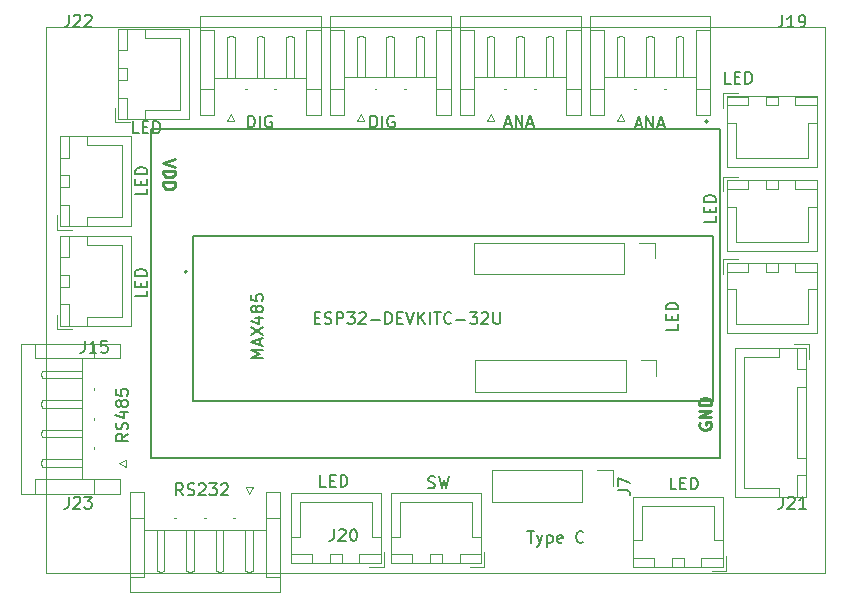
<source format=gto>
%TF.GenerationSoftware,KiCad,Pcbnew,8.0.4*%
%TF.CreationDate,2024-08-29T11:46:16+07:00*%
%TF.ProjectId,ESP32,45535033-322e-46b6-9963-61645f706362,rev?*%
%TF.SameCoordinates,Original*%
%TF.FileFunction,Legend,Top*%
%TF.FilePolarity,Positive*%
%FSLAX46Y46*%
G04 Gerber Fmt 4.6, Leading zero omitted, Abs format (unit mm)*
G04 Created by KiCad (PCBNEW 8.0.4) date 2024-08-29 11:46:16*
%MOMM*%
%LPD*%
G01*
G04 APERTURE LIST*
%ADD10C,0.100000*%
%ADD11C,0.250000*%
%ADD12C,0.150000*%
%ADD13C,0.120000*%
%ADD14C,0.127000*%
%ADD15C,0.200000*%
G04 APERTURE END LIST*
D10*
X34325000Y-61625000D02*
X34325000Y-107875000D01*
X100250000Y-61625000D02*
X100250000Y-107875000D01*
X34325000Y-107875000D02*
X100250000Y-107875000D01*
X34325000Y-61625000D02*
X100250000Y-61625000D01*
D11*
X89687238Y-95148622D02*
X89639619Y-95243860D01*
X89639619Y-95243860D02*
X89639619Y-95386717D01*
X89639619Y-95386717D02*
X89687238Y-95529574D01*
X89687238Y-95529574D02*
X89782476Y-95624812D01*
X89782476Y-95624812D02*
X89877714Y-95672431D01*
X89877714Y-95672431D02*
X90068190Y-95720050D01*
X90068190Y-95720050D02*
X90211047Y-95720050D01*
X90211047Y-95720050D02*
X90401523Y-95672431D01*
X90401523Y-95672431D02*
X90496761Y-95624812D01*
X90496761Y-95624812D02*
X90592000Y-95529574D01*
X90592000Y-95529574D02*
X90639619Y-95386717D01*
X90639619Y-95386717D02*
X90639619Y-95291479D01*
X90639619Y-95291479D02*
X90592000Y-95148622D01*
X90592000Y-95148622D02*
X90544380Y-95101003D01*
X90544380Y-95101003D02*
X90211047Y-95101003D01*
X90211047Y-95101003D02*
X90211047Y-95291479D01*
X90639619Y-94672431D02*
X89639619Y-94672431D01*
X89639619Y-94672431D02*
X90639619Y-94101003D01*
X90639619Y-94101003D02*
X89639619Y-94101003D01*
X90639619Y-93624812D02*
X89639619Y-93624812D01*
X89639619Y-93624812D02*
X89639619Y-93386717D01*
X89639619Y-93386717D02*
X89687238Y-93243860D01*
X89687238Y-93243860D02*
X89782476Y-93148622D01*
X89782476Y-93148622D02*
X89877714Y-93101003D01*
X89877714Y-93101003D02*
X90068190Y-93053384D01*
X90068190Y-93053384D02*
X90211047Y-93053384D01*
X90211047Y-93053384D02*
X90401523Y-93101003D01*
X90401523Y-93101003D02*
X90496761Y-93148622D01*
X90496761Y-93148622D02*
X90592000Y-93243860D01*
X90592000Y-93243860D02*
X90639619Y-93386717D01*
X90639619Y-93386717D02*
X90639619Y-93624812D01*
X45260380Y-72784711D02*
X44260380Y-73118044D01*
X44260380Y-73118044D02*
X45260380Y-73451377D01*
X44260380Y-73784711D02*
X45260380Y-73784711D01*
X45260380Y-73784711D02*
X45260380Y-74022806D01*
X45260380Y-74022806D02*
X45212761Y-74165663D01*
X45212761Y-74165663D02*
X45117523Y-74260901D01*
X45117523Y-74260901D02*
X45022285Y-74308520D01*
X45022285Y-74308520D02*
X44831809Y-74356139D01*
X44831809Y-74356139D02*
X44688952Y-74356139D01*
X44688952Y-74356139D02*
X44498476Y-74308520D01*
X44498476Y-74308520D02*
X44403238Y-74260901D01*
X44403238Y-74260901D02*
X44308000Y-74165663D01*
X44308000Y-74165663D02*
X44260380Y-74022806D01*
X44260380Y-74022806D02*
X44260380Y-73784711D01*
X44260380Y-74784711D02*
X45260380Y-74784711D01*
X45260380Y-74784711D02*
X45260380Y-75022806D01*
X45260380Y-75022806D02*
X45212761Y-75165663D01*
X45212761Y-75165663D02*
X45117523Y-75260901D01*
X45117523Y-75260901D02*
X45022285Y-75308520D01*
X45022285Y-75308520D02*
X44831809Y-75356139D01*
X44831809Y-75356139D02*
X44688952Y-75356139D01*
X44688952Y-75356139D02*
X44498476Y-75308520D01*
X44498476Y-75308520D02*
X44403238Y-75260901D01*
X44403238Y-75260901D02*
X44308000Y-75165663D01*
X44308000Y-75165663D02*
X44260380Y-75022806D01*
X44260380Y-75022806D02*
X44260380Y-74784711D01*
D12*
X82784819Y-100833333D02*
X83499104Y-100833333D01*
X83499104Y-100833333D02*
X83641961Y-100880952D01*
X83641961Y-100880952D02*
X83737200Y-100976190D01*
X83737200Y-100976190D02*
X83784819Y-101119047D01*
X83784819Y-101119047D02*
X83784819Y-101214285D01*
X82784819Y-100452380D02*
X82784819Y-99785714D01*
X82784819Y-99785714D02*
X83784819Y-100214285D01*
X75071428Y-104304819D02*
X75642856Y-104304819D01*
X75357142Y-105304819D02*
X75357142Y-104304819D01*
X75880952Y-104638152D02*
X76119047Y-105304819D01*
X76357142Y-104638152D02*
X76119047Y-105304819D01*
X76119047Y-105304819D02*
X76023809Y-105542914D01*
X76023809Y-105542914D02*
X75976190Y-105590533D01*
X75976190Y-105590533D02*
X75880952Y-105638152D01*
X76738095Y-104638152D02*
X76738095Y-105638152D01*
X76738095Y-104685771D02*
X76833333Y-104638152D01*
X76833333Y-104638152D02*
X77023809Y-104638152D01*
X77023809Y-104638152D02*
X77119047Y-104685771D01*
X77119047Y-104685771D02*
X77166666Y-104733390D01*
X77166666Y-104733390D02*
X77214285Y-104828628D01*
X77214285Y-104828628D02*
X77214285Y-105114342D01*
X77214285Y-105114342D02*
X77166666Y-105209580D01*
X77166666Y-105209580D02*
X77119047Y-105257200D01*
X77119047Y-105257200D02*
X77023809Y-105304819D01*
X77023809Y-105304819D02*
X76833333Y-105304819D01*
X76833333Y-105304819D02*
X76738095Y-105257200D01*
X78023809Y-105257200D02*
X77928571Y-105304819D01*
X77928571Y-105304819D02*
X77738095Y-105304819D01*
X77738095Y-105304819D02*
X77642857Y-105257200D01*
X77642857Y-105257200D02*
X77595238Y-105161961D01*
X77595238Y-105161961D02*
X77595238Y-104781009D01*
X77595238Y-104781009D02*
X77642857Y-104685771D01*
X77642857Y-104685771D02*
X77738095Y-104638152D01*
X77738095Y-104638152D02*
X77928571Y-104638152D01*
X77928571Y-104638152D02*
X78023809Y-104685771D01*
X78023809Y-104685771D02*
X78071428Y-104781009D01*
X78071428Y-104781009D02*
X78071428Y-104876247D01*
X78071428Y-104876247D02*
X77595238Y-104971485D01*
X79833333Y-105209580D02*
X79785714Y-105257200D01*
X79785714Y-105257200D02*
X79642857Y-105304819D01*
X79642857Y-105304819D02*
X79547619Y-105304819D01*
X79547619Y-105304819D02*
X79404762Y-105257200D01*
X79404762Y-105257200D02*
X79309524Y-105161961D01*
X79309524Y-105161961D02*
X79261905Y-105066723D01*
X79261905Y-105066723D02*
X79214286Y-104876247D01*
X79214286Y-104876247D02*
X79214286Y-104733390D01*
X79214286Y-104733390D02*
X79261905Y-104542914D01*
X79261905Y-104542914D02*
X79309524Y-104447676D01*
X79309524Y-104447676D02*
X79404762Y-104352438D01*
X79404762Y-104352438D02*
X79547619Y-104304819D01*
X79547619Y-104304819D02*
X79642857Y-104304819D01*
X79642857Y-104304819D02*
X79785714Y-104352438D01*
X79785714Y-104352438D02*
X79833333Y-104400057D01*
X66692857Y-100632200D02*
X66835714Y-100679819D01*
X66835714Y-100679819D02*
X67073809Y-100679819D01*
X67073809Y-100679819D02*
X67169047Y-100632200D01*
X67169047Y-100632200D02*
X67216666Y-100584580D01*
X67216666Y-100584580D02*
X67264285Y-100489342D01*
X67264285Y-100489342D02*
X67264285Y-100394104D01*
X67264285Y-100394104D02*
X67216666Y-100298866D01*
X67216666Y-100298866D02*
X67169047Y-100251247D01*
X67169047Y-100251247D02*
X67073809Y-100203628D01*
X67073809Y-100203628D02*
X66883333Y-100156009D01*
X66883333Y-100156009D02*
X66788095Y-100108390D01*
X66788095Y-100108390D02*
X66740476Y-100060771D01*
X66740476Y-100060771D02*
X66692857Y-99965533D01*
X66692857Y-99965533D02*
X66692857Y-99870295D01*
X66692857Y-99870295D02*
X66740476Y-99775057D01*
X66740476Y-99775057D02*
X66788095Y-99727438D01*
X66788095Y-99727438D02*
X66883333Y-99679819D01*
X66883333Y-99679819D02*
X67121428Y-99679819D01*
X67121428Y-99679819D02*
X67264285Y-99727438D01*
X67597619Y-99679819D02*
X67835714Y-100679819D01*
X67835714Y-100679819D02*
X68026190Y-99965533D01*
X68026190Y-99965533D02*
X68216666Y-100679819D01*
X68216666Y-100679819D02*
X68454762Y-99679819D01*
X73184524Y-69819104D02*
X73660714Y-69819104D01*
X73089286Y-70104819D02*
X73422619Y-69104819D01*
X73422619Y-69104819D02*
X73755952Y-70104819D01*
X74089286Y-70104819D02*
X74089286Y-69104819D01*
X74089286Y-69104819D02*
X74660714Y-70104819D01*
X74660714Y-70104819D02*
X74660714Y-69104819D01*
X75089286Y-69819104D02*
X75565476Y-69819104D01*
X74994048Y-70104819D02*
X75327381Y-69104819D01*
X75327381Y-69104819D02*
X75660714Y-70104819D01*
X61800000Y-70129819D02*
X61800000Y-69129819D01*
X61800000Y-69129819D02*
X62038095Y-69129819D01*
X62038095Y-69129819D02*
X62180952Y-69177438D01*
X62180952Y-69177438D02*
X62276190Y-69272676D01*
X62276190Y-69272676D02*
X62323809Y-69367914D01*
X62323809Y-69367914D02*
X62371428Y-69558390D01*
X62371428Y-69558390D02*
X62371428Y-69701247D01*
X62371428Y-69701247D02*
X62323809Y-69891723D01*
X62323809Y-69891723D02*
X62276190Y-69986961D01*
X62276190Y-69986961D02*
X62180952Y-70082200D01*
X62180952Y-70082200D02*
X62038095Y-70129819D01*
X62038095Y-70129819D02*
X61800000Y-70129819D01*
X62800000Y-70129819D02*
X62800000Y-69129819D01*
X63799999Y-69177438D02*
X63704761Y-69129819D01*
X63704761Y-69129819D02*
X63561904Y-69129819D01*
X63561904Y-69129819D02*
X63419047Y-69177438D01*
X63419047Y-69177438D02*
X63323809Y-69272676D01*
X63323809Y-69272676D02*
X63276190Y-69367914D01*
X63276190Y-69367914D02*
X63228571Y-69558390D01*
X63228571Y-69558390D02*
X63228571Y-69701247D01*
X63228571Y-69701247D02*
X63276190Y-69891723D01*
X63276190Y-69891723D02*
X63323809Y-69986961D01*
X63323809Y-69986961D02*
X63419047Y-70082200D01*
X63419047Y-70082200D02*
X63561904Y-70129819D01*
X63561904Y-70129819D02*
X63657142Y-70129819D01*
X63657142Y-70129819D02*
X63799999Y-70082200D01*
X63799999Y-70082200D02*
X63847618Y-70034580D01*
X63847618Y-70034580D02*
X63847618Y-69701247D01*
X63847618Y-69701247D02*
X63657142Y-69701247D01*
X42182142Y-70629819D02*
X41705952Y-70629819D01*
X41705952Y-70629819D02*
X41705952Y-69629819D01*
X42515476Y-70106009D02*
X42848809Y-70106009D01*
X42991666Y-70629819D02*
X42515476Y-70629819D01*
X42515476Y-70629819D02*
X42515476Y-69629819D01*
X42515476Y-69629819D02*
X42991666Y-69629819D01*
X43420238Y-70629819D02*
X43420238Y-69629819D01*
X43420238Y-69629819D02*
X43658333Y-69629819D01*
X43658333Y-69629819D02*
X43801190Y-69677438D01*
X43801190Y-69677438D02*
X43896428Y-69772676D01*
X43896428Y-69772676D02*
X43944047Y-69867914D01*
X43944047Y-69867914D02*
X43991666Y-70058390D01*
X43991666Y-70058390D02*
X43991666Y-70201247D01*
X43991666Y-70201247D02*
X43944047Y-70391723D01*
X43944047Y-70391723D02*
X43896428Y-70486961D01*
X43896428Y-70486961D02*
X43801190Y-70582200D01*
X43801190Y-70582200D02*
X43658333Y-70629819D01*
X43658333Y-70629819D02*
X43420238Y-70629819D01*
X96715476Y-101404819D02*
X96715476Y-102119104D01*
X96715476Y-102119104D02*
X96667857Y-102261961D01*
X96667857Y-102261961D02*
X96572619Y-102357200D01*
X96572619Y-102357200D02*
X96429762Y-102404819D01*
X96429762Y-102404819D02*
X96334524Y-102404819D01*
X97144048Y-101500057D02*
X97191667Y-101452438D01*
X97191667Y-101452438D02*
X97286905Y-101404819D01*
X97286905Y-101404819D02*
X97525000Y-101404819D01*
X97525000Y-101404819D02*
X97620238Y-101452438D01*
X97620238Y-101452438D02*
X97667857Y-101500057D01*
X97667857Y-101500057D02*
X97715476Y-101595295D01*
X97715476Y-101595295D02*
X97715476Y-101690533D01*
X97715476Y-101690533D02*
X97667857Y-101833390D01*
X97667857Y-101833390D02*
X97096429Y-102404819D01*
X97096429Y-102404819D02*
X97715476Y-102404819D01*
X98667857Y-102404819D02*
X98096429Y-102404819D01*
X98382143Y-102404819D02*
X98382143Y-101404819D01*
X98382143Y-101404819D02*
X98286905Y-101547676D01*
X98286905Y-101547676D02*
X98191667Y-101642914D01*
X98191667Y-101642914D02*
X98096429Y-101690533D01*
X87829819Y-86767857D02*
X87829819Y-87244047D01*
X87829819Y-87244047D02*
X86829819Y-87244047D01*
X87306009Y-86434523D02*
X87306009Y-86101190D01*
X87829819Y-85958333D02*
X87829819Y-86434523D01*
X87829819Y-86434523D02*
X86829819Y-86434523D01*
X86829819Y-86434523D02*
X86829819Y-85958333D01*
X87829819Y-85529761D02*
X86829819Y-85529761D01*
X86829819Y-85529761D02*
X86829819Y-85291666D01*
X86829819Y-85291666D02*
X86877438Y-85148809D01*
X86877438Y-85148809D02*
X86972676Y-85053571D01*
X86972676Y-85053571D02*
X87067914Y-85005952D01*
X87067914Y-85005952D02*
X87258390Y-84958333D01*
X87258390Y-84958333D02*
X87401247Y-84958333D01*
X87401247Y-84958333D02*
X87591723Y-85005952D01*
X87591723Y-85005952D02*
X87686961Y-85053571D01*
X87686961Y-85053571D02*
X87782200Y-85148809D01*
X87782200Y-85148809D02*
X87829819Y-85291666D01*
X87829819Y-85291666D02*
X87829819Y-85529761D01*
X36240476Y-101404819D02*
X36240476Y-102119104D01*
X36240476Y-102119104D02*
X36192857Y-102261961D01*
X36192857Y-102261961D02*
X36097619Y-102357200D01*
X36097619Y-102357200D02*
X35954762Y-102404819D01*
X35954762Y-102404819D02*
X35859524Y-102404819D01*
X36669048Y-101500057D02*
X36716667Y-101452438D01*
X36716667Y-101452438D02*
X36811905Y-101404819D01*
X36811905Y-101404819D02*
X37050000Y-101404819D01*
X37050000Y-101404819D02*
X37145238Y-101452438D01*
X37145238Y-101452438D02*
X37192857Y-101500057D01*
X37192857Y-101500057D02*
X37240476Y-101595295D01*
X37240476Y-101595295D02*
X37240476Y-101690533D01*
X37240476Y-101690533D02*
X37192857Y-101833390D01*
X37192857Y-101833390D02*
X36621429Y-102404819D01*
X36621429Y-102404819D02*
X37240476Y-102404819D01*
X37573810Y-101404819D02*
X38192857Y-101404819D01*
X38192857Y-101404819D02*
X37859524Y-101785771D01*
X37859524Y-101785771D02*
X38002381Y-101785771D01*
X38002381Y-101785771D02*
X38097619Y-101833390D01*
X38097619Y-101833390D02*
X38145238Y-101881009D01*
X38145238Y-101881009D02*
X38192857Y-101976247D01*
X38192857Y-101976247D02*
X38192857Y-102214342D01*
X38192857Y-102214342D02*
X38145238Y-102309580D01*
X38145238Y-102309580D02*
X38097619Y-102357200D01*
X38097619Y-102357200D02*
X38002381Y-102404819D01*
X38002381Y-102404819D02*
X37716667Y-102404819D01*
X37716667Y-102404819D02*
X37621429Y-102357200D01*
X37621429Y-102357200D02*
X37573810Y-102309580D01*
X58690476Y-104154819D02*
X58690476Y-104869104D01*
X58690476Y-104869104D02*
X58642857Y-105011961D01*
X58642857Y-105011961D02*
X58547619Y-105107200D01*
X58547619Y-105107200D02*
X58404762Y-105154819D01*
X58404762Y-105154819D02*
X58309524Y-105154819D01*
X59119048Y-104250057D02*
X59166667Y-104202438D01*
X59166667Y-104202438D02*
X59261905Y-104154819D01*
X59261905Y-104154819D02*
X59500000Y-104154819D01*
X59500000Y-104154819D02*
X59595238Y-104202438D01*
X59595238Y-104202438D02*
X59642857Y-104250057D01*
X59642857Y-104250057D02*
X59690476Y-104345295D01*
X59690476Y-104345295D02*
X59690476Y-104440533D01*
X59690476Y-104440533D02*
X59642857Y-104583390D01*
X59642857Y-104583390D02*
X59071429Y-105154819D01*
X59071429Y-105154819D02*
X59690476Y-105154819D01*
X60309524Y-104154819D02*
X60404762Y-104154819D01*
X60404762Y-104154819D02*
X60500000Y-104202438D01*
X60500000Y-104202438D02*
X60547619Y-104250057D01*
X60547619Y-104250057D02*
X60595238Y-104345295D01*
X60595238Y-104345295D02*
X60642857Y-104535771D01*
X60642857Y-104535771D02*
X60642857Y-104773866D01*
X60642857Y-104773866D02*
X60595238Y-104964342D01*
X60595238Y-104964342D02*
X60547619Y-105059580D01*
X60547619Y-105059580D02*
X60500000Y-105107200D01*
X60500000Y-105107200D02*
X60404762Y-105154819D01*
X60404762Y-105154819D02*
X60309524Y-105154819D01*
X60309524Y-105154819D02*
X60214286Y-105107200D01*
X60214286Y-105107200D02*
X60166667Y-105059580D01*
X60166667Y-105059580D02*
X60119048Y-104964342D01*
X60119048Y-104964342D02*
X60071429Y-104773866D01*
X60071429Y-104773866D02*
X60071429Y-104535771D01*
X60071429Y-104535771D02*
X60119048Y-104345295D01*
X60119048Y-104345295D02*
X60166667Y-104250057D01*
X60166667Y-104250057D02*
X60214286Y-104202438D01*
X60214286Y-104202438D02*
X60309524Y-104154819D01*
X58032142Y-100554819D02*
X57555952Y-100554819D01*
X57555952Y-100554819D02*
X57555952Y-99554819D01*
X58365476Y-100031009D02*
X58698809Y-100031009D01*
X58841666Y-100554819D02*
X58365476Y-100554819D01*
X58365476Y-100554819D02*
X58365476Y-99554819D01*
X58365476Y-99554819D02*
X58841666Y-99554819D01*
X59270238Y-100554819D02*
X59270238Y-99554819D01*
X59270238Y-99554819D02*
X59508333Y-99554819D01*
X59508333Y-99554819D02*
X59651190Y-99602438D01*
X59651190Y-99602438D02*
X59746428Y-99697676D01*
X59746428Y-99697676D02*
X59794047Y-99792914D01*
X59794047Y-99792914D02*
X59841666Y-99983390D01*
X59841666Y-99983390D02*
X59841666Y-100126247D01*
X59841666Y-100126247D02*
X59794047Y-100316723D01*
X59794047Y-100316723D02*
X59746428Y-100411961D01*
X59746428Y-100411961D02*
X59651190Y-100507200D01*
X59651190Y-100507200D02*
X59508333Y-100554819D01*
X59508333Y-100554819D02*
X59270238Y-100554819D01*
X91029819Y-77667857D02*
X91029819Y-78144047D01*
X91029819Y-78144047D02*
X90029819Y-78144047D01*
X90506009Y-77334523D02*
X90506009Y-77001190D01*
X91029819Y-76858333D02*
X91029819Y-77334523D01*
X91029819Y-77334523D02*
X90029819Y-77334523D01*
X90029819Y-77334523D02*
X90029819Y-76858333D01*
X91029819Y-76429761D02*
X90029819Y-76429761D01*
X90029819Y-76429761D02*
X90029819Y-76191666D01*
X90029819Y-76191666D02*
X90077438Y-76048809D01*
X90077438Y-76048809D02*
X90172676Y-75953571D01*
X90172676Y-75953571D02*
X90267914Y-75905952D01*
X90267914Y-75905952D02*
X90458390Y-75858333D01*
X90458390Y-75858333D02*
X90601247Y-75858333D01*
X90601247Y-75858333D02*
X90791723Y-75905952D01*
X90791723Y-75905952D02*
X90886961Y-75953571D01*
X90886961Y-75953571D02*
X90982200Y-76048809D01*
X90982200Y-76048809D02*
X91029819Y-76191666D01*
X91029819Y-76191666D02*
X91029819Y-76429761D01*
X51425000Y-70129819D02*
X51425000Y-69129819D01*
X51425000Y-69129819D02*
X51663095Y-69129819D01*
X51663095Y-69129819D02*
X51805952Y-69177438D01*
X51805952Y-69177438D02*
X51901190Y-69272676D01*
X51901190Y-69272676D02*
X51948809Y-69367914D01*
X51948809Y-69367914D02*
X51996428Y-69558390D01*
X51996428Y-69558390D02*
X51996428Y-69701247D01*
X51996428Y-69701247D02*
X51948809Y-69891723D01*
X51948809Y-69891723D02*
X51901190Y-69986961D01*
X51901190Y-69986961D02*
X51805952Y-70082200D01*
X51805952Y-70082200D02*
X51663095Y-70129819D01*
X51663095Y-70129819D02*
X51425000Y-70129819D01*
X52425000Y-70129819D02*
X52425000Y-69129819D01*
X53424999Y-69177438D02*
X53329761Y-69129819D01*
X53329761Y-69129819D02*
X53186904Y-69129819D01*
X53186904Y-69129819D02*
X53044047Y-69177438D01*
X53044047Y-69177438D02*
X52948809Y-69272676D01*
X52948809Y-69272676D02*
X52901190Y-69367914D01*
X52901190Y-69367914D02*
X52853571Y-69558390D01*
X52853571Y-69558390D02*
X52853571Y-69701247D01*
X52853571Y-69701247D02*
X52901190Y-69891723D01*
X52901190Y-69891723D02*
X52948809Y-69986961D01*
X52948809Y-69986961D02*
X53044047Y-70082200D01*
X53044047Y-70082200D02*
X53186904Y-70129819D01*
X53186904Y-70129819D02*
X53282142Y-70129819D01*
X53282142Y-70129819D02*
X53424999Y-70082200D01*
X53424999Y-70082200D02*
X53472618Y-70034580D01*
X53472618Y-70034580D02*
X53472618Y-69701247D01*
X53472618Y-69701247D02*
X53282142Y-69701247D01*
X92307142Y-66429819D02*
X91830952Y-66429819D01*
X91830952Y-66429819D02*
X91830952Y-65429819D01*
X92640476Y-65906009D02*
X92973809Y-65906009D01*
X93116666Y-66429819D02*
X92640476Y-66429819D01*
X92640476Y-66429819D02*
X92640476Y-65429819D01*
X92640476Y-65429819D02*
X93116666Y-65429819D01*
X93545238Y-66429819D02*
X93545238Y-65429819D01*
X93545238Y-65429819D02*
X93783333Y-65429819D01*
X93783333Y-65429819D02*
X93926190Y-65477438D01*
X93926190Y-65477438D02*
X94021428Y-65572676D01*
X94021428Y-65572676D02*
X94069047Y-65667914D01*
X94069047Y-65667914D02*
X94116666Y-65858390D01*
X94116666Y-65858390D02*
X94116666Y-66001247D01*
X94116666Y-66001247D02*
X94069047Y-66191723D01*
X94069047Y-66191723D02*
X94021428Y-66286961D01*
X94021428Y-66286961D02*
X93926190Y-66382200D01*
X93926190Y-66382200D02*
X93783333Y-66429819D01*
X93783333Y-66429819D02*
X93545238Y-66429819D01*
X42904819Y-75317857D02*
X42904819Y-75794047D01*
X42904819Y-75794047D02*
X41904819Y-75794047D01*
X42381009Y-74984523D02*
X42381009Y-74651190D01*
X42904819Y-74508333D02*
X42904819Y-74984523D01*
X42904819Y-74984523D02*
X41904819Y-74984523D01*
X41904819Y-74984523D02*
X41904819Y-74508333D01*
X42904819Y-74079761D02*
X41904819Y-74079761D01*
X41904819Y-74079761D02*
X41904819Y-73841666D01*
X41904819Y-73841666D02*
X41952438Y-73698809D01*
X41952438Y-73698809D02*
X42047676Y-73603571D01*
X42047676Y-73603571D02*
X42142914Y-73555952D01*
X42142914Y-73555952D02*
X42333390Y-73508333D01*
X42333390Y-73508333D02*
X42476247Y-73508333D01*
X42476247Y-73508333D02*
X42666723Y-73555952D01*
X42666723Y-73555952D02*
X42761961Y-73603571D01*
X42761961Y-73603571D02*
X42857200Y-73698809D01*
X42857200Y-73698809D02*
X42904819Y-73841666D01*
X42904819Y-73841666D02*
X42904819Y-74079761D01*
X87682142Y-100779819D02*
X87205952Y-100779819D01*
X87205952Y-100779819D02*
X87205952Y-99779819D01*
X88015476Y-100256009D02*
X88348809Y-100256009D01*
X88491666Y-100779819D02*
X88015476Y-100779819D01*
X88015476Y-100779819D02*
X88015476Y-99779819D01*
X88015476Y-99779819D02*
X88491666Y-99779819D01*
X88920238Y-100779819D02*
X88920238Y-99779819D01*
X88920238Y-99779819D02*
X89158333Y-99779819D01*
X89158333Y-99779819D02*
X89301190Y-99827438D01*
X89301190Y-99827438D02*
X89396428Y-99922676D01*
X89396428Y-99922676D02*
X89444047Y-100017914D01*
X89444047Y-100017914D02*
X89491666Y-100208390D01*
X89491666Y-100208390D02*
X89491666Y-100351247D01*
X89491666Y-100351247D02*
X89444047Y-100541723D01*
X89444047Y-100541723D02*
X89396428Y-100636961D01*
X89396428Y-100636961D02*
X89301190Y-100732200D01*
X89301190Y-100732200D02*
X89158333Y-100779819D01*
X89158333Y-100779819D02*
X88920238Y-100779819D01*
X57067857Y-86256009D02*
X57401190Y-86256009D01*
X57544047Y-86779819D02*
X57067857Y-86779819D01*
X57067857Y-86779819D02*
X57067857Y-85779819D01*
X57067857Y-85779819D02*
X57544047Y-85779819D01*
X57925000Y-86732200D02*
X58067857Y-86779819D01*
X58067857Y-86779819D02*
X58305952Y-86779819D01*
X58305952Y-86779819D02*
X58401190Y-86732200D01*
X58401190Y-86732200D02*
X58448809Y-86684580D01*
X58448809Y-86684580D02*
X58496428Y-86589342D01*
X58496428Y-86589342D02*
X58496428Y-86494104D01*
X58496428Y-86494104D02*
X58448809Y-86398866D01*
X58448809Y-86398866D02*
X58401190Y-86351247D01*
X58401190Y-86351247D02*
X58305952Y-86303628D01*
X58305952Y-86303628D02*
X58115476Y-86256009D01*
X58115476Y-86256009D02*
X58020238Y-86208390D01*
X58020238Y-86208390D02*
X57972619Y-86160771D01*
X57972619Y-86160771D02*
X57925000Y-86065533D01*
X57925000Y-86065533D02*
X57925000Y-85970295D01*
X57925000Y-85970295D02*
X57972619Y-85875057D01*
X57972619Y-85875057D02*
X58020238Y-85827438D01*
X58020238Y-85827438D02*
X58115476Y-85779819D01*
X58115476Y-85779819D02*
X58353571Y-85779819D01*
X58353571Y-85779819D02*
X58496428Y-85827438D01*
X58925000Y-86779819D02*
X58925000Y-85779819D01*
X58925000Y-85779819D02*
X59305952Y-85779819D01*
X59305952Y-85779819D02*
X59401190Y-85827438D01*
X59401190Y-85827438D02*
X59448809Y-85875057D01*
X59448809Y-85875057D02*
X59496428Y-85970295D01*
X59496428Y-85970295D02*
X59496428Y-86113152D01*
X59496428Y-86113152D02*
X59448809Y-86208390D01*
X59448809Y-86208390D02*
X59401190Y-86256009D01*
X59401190Y-86256009D02*
X59305952Y-86303628D01*
X59305952Y-86303628D02*
X58925000Y-86303628D01*
X59829762Y-85779819D02*
X60448809Y-85779819D01*
X60448809Y-85779819D02*
X60115476Y-86160771D01*
X60115476Y-86160771D02*
X60258333Y-86160771D01*
X60258333Y-86160771D02*
X60353571Y-86208390D01*
X60353571Y-86208390D02*
X60401190Y-86256009D01*
X60401190Y-86256009D02*
X60448809Y-86351247D01*
X60448809Y-86351247D02*
X60448809Y-86589342D01*
X60448809Y-86589342D02*
X60401190Y-86684580D01*
X60401190Y-86684580D02*
X60353571Y-86732200D01*
X60353571Y-86732200D02*
X60258333Y-86779819D01*
X60258333Y-86779819D02*
X59972619Y-86779819D01*
X59972619Y-86779819D02*
X59877381Y-86732200D01*
X59877381Y-86732200D02*
X59829762Y-86684580D01*
X60829762Y-85875057D02*
X60877381Y-85827438D01*
X60877381Y-85827438D02*
X60972619Y-85779819D01*
X60972619Y-85779819D02*
X61210714Y-85779819D01*
X61210714Y-85779819D02*
X61305952Y-85827438D01*
X61305952Y-85827438D02*
X61353571Y-85875057D01*
X61353571Y-85875057D02*
X61401190Y-85970295D01*
X61401190Y-85970295D02*
X61401190Y-86065533D01*
X61401190Y-86065533D02*
X61353571Y-86208390D01*
X61353571Y-86208390D02*
X60782143Y-86779819D01*
X60782143Y-86779819D02*
X61401190Y-86779819D01*
X61829762Y-86398866D02*
X62591667Y-86398866D01*
X63067857Y-86779819D02*
X63067857Y-85779819D01*
X63067857Y-85779819D02*
X63305952Y-85779819D01*
X63305952Y-85779819D02*
X63448809Y-85827438D01*
X63448809Y-85827438D02*
X63544047Y-85922676D01*
X63544047Y-85922676D02*
X63591666Y-86017914D01*
X63591666Y-86017914D02*
X63639285Y-86208390D01*
X63639285Y-86208390D02*
X63639285Y-86351247D01*
X63639285Y-86351247D02*
X63591666Y-86541723D01*
X63591666Y-86541723D02*
X63544047Y-86636961D01*
X63544047Y-86636961D02*
X63448809Y-86732200D01*
X63448809Y-86732200D02*
X63305952Y-86779819D01*
X63305952Y-86779819D02*
X63067857Y-86779819D01*
X64067857Y-86256009D02*
X64401190Y-86256009D01*
X64544047Y-86779819D02*
X64067857Y-86779819D01*
X64067857Y-86779819D02*
X64067857Y-85779819D01*
X64067857Y-85779819D02*
X64544047Y-85779819D01*
X64829762Y-85779819D02*
X65163095Y-86779819D01*
X65163095Y-86779819D02*
X65496428Y-85779819D01*
X65829762Y-86779819D02*
X65829762Y-85779819D01*
X66401190Y-86779819D02*
X65972619Y-86208390D01*
X66401190Y-85779819D02*
X65829762Y-86351247D01*
X66829762Y-86779819D02*
X66829762Y-85779819D01*
X67163095Y-85779819D02*
X67734523Y-85779819D01*
X67448809Y-86779819D02*
X67448809Y-85779819D01*
X68639285Y-86684580D02*
X68591666Y-86732200D01*
X68591666Y-86732200D02*
X68448809Y-86779819D01*
X68448809Y-86779819D02*
X68353571Y-86779819D01*
X68353571Y-86779819D02*
X68210714Y-86732200D01*
X68210714Y-86732200D02*
X68115476Y-86636961D01*
X68115476Y-86636961D02*
X68067857Y-86541723D01*
X68067857Y-86541723D02*
X68020238Y-86351247D01*
X68020238Y-86351247D02*
X68020238Y-86208390D01*
X68020238Y-86208390D02*
X68067857Y-86017914D01*
X68067857Y-86017914D02*
X68115476Y-85922676D01*
X68115476Y-85922676D02*
X68210714Y-85827438D01*
X68210714Y-85827438D02*
X68353571Y-85779819D01*
X68353571Y-85779819D02*
X68448809Y-85779819D01*
X68448809Y-85779819D02*
X68591666Y-85827438D01*
X68591666Y-85827438D02*
X68639285Y-85875057D01*
X69067857Y-86398866D02*
X69829762Y-86398866D01*
X70210714Y-85779819D02*
X70829761Y-85779819D01*
X70829761Y-85779819D02*
X70496428Y-86160771D01*
X70496428Y-86160771D02*
X70639285Y-86160771D01*
X70639285Y-86160771D02*
X70734523Y-86208390D01*
X70734523Y-86208390D02*
X70782142Y-86256009D01*
X70782142Y-86256009D02*
X70829761Y-86351247D01*
X70829761Y-86351247D02*
X70829761Y-86589342D01*
X70829761Y-86589342D02*
X70782142Y-86684580D01*
X70782142Y-86684580D02*
X70734523Y-86732200D01*
X70734523Y-86732200D02*
X70639285Y-86779819D01*
X70639285Y-86779819D02*
X70353571Y-86779819D01*
X70353571Y-86779819D02*
X70258333Y-86732200D01*
X70258333Y-86732200D02*
X70210714Y-86684580D01*
X71210714Y-85875057D02*
X71258333Y-85827438D01*
X71258333Y-85827438D02*
X71353571Y-85779819D01*
X71353571Y-85779819D02*
X71591666Y-85779819D01*
X71591666Y-85779819D02*
X71686904Y-85827438D01*
X71686904Y-85827438D02*
X71734523Y-85875057D01*
X71734523Y-85875057D02*
X71782142Y-85970295D01*
X71782142Y-85970295D02*
X71782142Y-86065533D01*
X71782142Y-86065533D02*
X71734523Y-86208390D01*
X71734523Y-86208390D02*
X71163095Y-86779819D01*
X71163095Y-86779819D02*
X71782142Y-86779819D01*
X72210714Y-85779819D02*
X72210714Y-86589342D01*
X72210714Y-86589342D02*
X72258333Y-86684580D01*
X72258333Y-86684580D02*
X72305952Y-86732200D01*
X72305952Y-86732200D02*
X72401190Y-86779819D01*
X72401190Y-86779819D02*
X72591666Y-86779819D01*
X72591666Y-86779819D02*
X72686904Y-86732200D01*
X72686904Y-86732200D02*
X72734523Y-86684580D01*
X72734523Y-86684580D02*
X72782142Y-86589342D01*
X72782142Y-86589342D02*
X72782142Y-85779819D01*
X45929761Y-101279819D02*
X45596428Y-100803628D01*
X45358333Y-101279819D02*
X45358333Y-100279819D01*
X45358333Y-100279819D02*
X45739285Y-100279819D01*
X45739285Y-100279819D02*
X45834523Y-100327438D01*
X45834523Y-100327438D02*
X45882142Y-100375057D01*
X45882142Y-100375057D02*
X45929761Y-100470295D01*
X45929761Y-100470295D02*
X45929761Y-100613152D01*
X45929761Y-100613152D02*
X45882142Y-100708390D01*
X45882142Y-100708390D02*
X45834523Y-100756009D01*
X45834523Y-100756009D02*
X45739285Y-100803628D01*
X45739285Y-100803628D02*
X45358333Y-100803628D01*
X46310714Y-101232200D02*
X46453571Y-101279819D01*
X46453571Y-101279819D02*
X46691666Y-101279819D01*
X46691666Y-101279819D02*
X46786904Y-101232200D01*
X46786904Y-101232200D02*
X46834523Y-101184580D01*
X46834523Y-101184580D02*
X46882142Y-101089342D01*
X46882142Y-101089342D02*
X46882142Y-100994104D01*
X46882142Y-100994104D02*
X46834523Y-100898866D01*
X46834523Y-100898866D02*
X46786904Y-100851247D01*
X46786904Y-100851247D02*
X46691666Y-100803628D01*
X46691666Y-100803628D02*
X46501190Y-100756009D01*
X46501190Y-100756009D02*
X46405952Y-100708390D01*
X46405952Y-100708390D02*
X46358333Y-100660771D01*
X46358333Y-100660771D02*
X46310714Y-100565533D01*
X46310714Y-100565533D02*
X46310714Y-100470295D01*
X46310714Y-100470295D02*
X46358333Y-100375057D01*
X46358333Y-100375057D02*
X46405952Y-100327438D01*
X46405952Y-100327438D02*
X46501190Y-100279819D01*
X46501190Y-100279819D02*
X46739285Y-100279819D01*
X46739285Y-100279819D02*
X46882142Y-100327438D01*
X47263095Y-100375057D02*
X47310714Y-100327438D01*
X47310714Y-100327438D02*
X47405952Y-100279819D01*
X47405952Y-100279819D02*
X47644047Y-100279819D01*
X47644047Y-100279819D02*
X47739285Y-100327438D01*
X47739285Y-100327438D02*
X47786904Y-100375057D01*
X47786904Y-100375057D02*
X47834523Y-100470295D01*
X47834523Y-100470295D02*
X47834523Y-100565533D01*
X47834523Y-100565533D02*
X47786904Y-100708390D01*
X47786904Y-100708390D02*
X47215476Y-101279819D01*
X47215476Y-101279819D02*
X47834523Y-101279819D01*
X48167857Y-100279819D02*
X48786904Y-100279819D01*
X48786904Y-100279819D02*
X48453571Y-100660771D01*
X48453571Y-100660771D02*
X48596428Y-100660771D01*
X48596428Y-100660771D02*
X48691666Y-100708390D01*
X48691666Y-100708390D02*
X48739285Y-100756009D01*
X48739285Y-100756009D02*
X48786904Y-100851247D01*
X48786904Y-100851247D02*
X48786904Y-101089342D01*
X48786904Y-101089342D02*
X48739285Y-101184580D01*
X48739285Y-101184580D02*
X48691666Y-101232200D01*
X48691666Y-101232200D02*
X48596428Y-101279819D01*
X48596428Y-101279819D02*
X48310714Y-101279819D01*
X48310714Y-101279819D02*
X48215476Y-101232200D01*
X48215476Y-101232200D02*
X48167857Y-101184580D01*
X49167857Y-100375057D02*
X49215476Y-100327438D01*
X49215476Y-100327438D02*
X49310714Y-100279819D01*
X49310714Y-100279819D02*
X49548809Y-100279819D01*
X49548809Y-100279819D02*
X49644047Y-100327438D01*
X49644047Y-100327438D02*
X49691666Y-100375057D01*
X49691666Y-100375057D02*
X49739285Y-100470295D01*
X49739285Y-100470295D02*
X49739285Y-100565533D01*
X49739285Y-100565533D02*
X49691666Y-100708390D01*
X49691666Y-100708390D02*
X49120238Y-101279819D01*
X49120238Y-101279819D02*
X49739285Y-101279819D01*
X41254819Y-96070238D02*
X40778628Y-96403571D01*
X41254819Y-96641666D02*
X40254819Y-96641666D01*
X40254819Y-96641666D02*
X40254819Y-96260714D01*
X40254819Y-96260714D02*
X40302438Y-96165476D01*
X40302438Y-96165476D02*
X40350057Y-96117857D01*
X40350057Y-96117857D02*
X40445295Y-96070238D01*
X40445295Y-96070238D02*
X40588152Y-96070238D01*
X40588152Y-96070238D02*
X40683390Y-96117857D01*
X40683390Y-96117857D02*
X40731009Y-96165476D01*
X40731009Y-96165476D02*
X40778628Y-96260714D01*
X40778628Y-96260714D02*
X40778628Y-96641666D01*
X41207200Y-95689285D02*
X41254819Y-95546428D01*
X41254819Y-95546428D02*
X41254819Y-95308333D01*
X41254819Y-95308333D02*
X41207200Y-95213095D01*
X41207200Y-95213095D02*
X41159580Y-95165476D01*
X41159580Y-95165476D02*
X41064342Y-95117857D01*
X41064342Y-95117857D02*
X40969104Y-95117857D01*
X40969104Y-95117857D02*
X40873866Y-95165476D01*
X40873866Y-95165476D02*
X40826247Y-95213095D01*
X40826247Y-95213095D02*
X40778628Y-95308333D01*
X40778628Y-95308333D02*
X40731009Y-95498809D01*
X40731009Y-95498809D02*
X40683390Y-95594047D01*
X40683390Y-95594047D02*
X40635771Y-95641666D01*
X40635771Y-95641666D02*
X40540533Y-95689285D01*
X40540533Y-95689285D02*
X40445295Y-95689285D01*
X40445295Y-95689285D02*
X40350057Y-95641666D01*
X40350057Y-95641666D02*
X40302438Y-95594047D01*
X40302438Y-95594047D02*
X40254819Y-95498809D01*
X40254819Y-95498809D02*
X40254819Y-95260714D01*
X40254819Y-95260714D02*
X40302438Y-95117857D01*
X40588152Y-94260714D02*
X41254819Y-94260714D01*
X40207200Y-94498809D02*
X40921485Y-94736904D01*
X40921485Y-94736904D02*
X40921485Y-94117857D01*
X40683390Y-93594047D02*
X40635771Y-93689285D01*
X40635771Y-93689285D02*
X40588152Y-93736904D01*
X40588152Y-93736904D02*
X40492914Y-93784523D01*
X40492914Y-93784523D02*
X40445295Y-93784523D01*
X40445295Y-93784523D02*
X40350057Y-93736904D01*
X40350057Y-93736904D02*
X40302438Y-93689285D01*
X40302438Y-93689285D02*
X40254819Y-93594047D01*
X40254819Y-93594047D02*
X40254819Y-93403571D01*
X40254819Y-93403571D02*
X40302438Y-93308333D01*
X40302438Y-93308333D02*
X40350057Y-93260714D01*
X40350057Y-93260714D02*
X40445295Y-93213095D01*
X40445295Y-93213095D02*
X40492914Y-93213095D01*
X40492914Y-93213095D02*
X40588152Y-93260714D01*
X40588152Y-93260714D02*
X40635771Y-93308333D01*
X40635771Y-93308333D02*
X40683390Y-93403571D01*
X40683390Y-93403571D02*
X40683390Y-93594047D01*
X40683390Y-93594047D02*
X40731009Y-93689285D01*
X40731009Y-93689285D02*
X40778628Y-93736904D01*
X40778628Y-93736904D02*
X40873866Y-93784523D01*
X40873866Y-93784523D02*
X41064342Y-93784523D01*
X41064342Y-93784523D02*
X41159580Y-93736904D01*
X41159580Y-93736904D02*
X41207200Y-93689285D01*
X41207200Y-93689285D02*
X41254819Y-93594047D01*
X41254819Y-93594047D02*
X41254819Y-93403571D01*
X41254819Y-93403571D02*
X41207200Y-93308333D01*
X41207200Y-93308333D02*
X41159580Y-93260714D01*
X41159580Y-93260714D02*
X41064342Y-93213095D01*
X41064342Y-93213095D02*
X40873866Y-93213095D01*
X40873866Y-93213095D02*
X40778628Y-93260714D01*
X40778628Y-93260714D02*
X40731009Y-93308333D01*
X40731009Y-93308333D02*
X40683390Y-93403571D01*
X40254819Y-92308333D02*
X40254819Y-92784523D01*
X40254819Y-92784523D02*
X40731009Y-92832142D01*
X40731009Y-92832142D02*
X40683390Y-92784523D01*
X40683390Y-92784523D02*
X40635771Y-92689285D01*
X40635771Y-92689285D02*
X40635771Y-92451190D01*
X40635771Y-92451190D02*
X40683390Y-92355952D01*
X40683390Y-92355952D02*
X40731009Y-92308333D01*
X40731009Y-92308333D02*
X40826247Y-92260714D01*
X40826247Y-92260714D02*
X41064342Y-92260714D01*
X41064342Y-92260714D02*
X41159580Y-92308333D01*
X41159580Y-92308333D02*
X41207200Y-92355952D01*
X41207200Y-92355952D02*
X41254819Y-92451190D01*
X41254819Y-92451190D02*
X41254819Y-92689285D01*
X41254819Y-92689285D02*
X41207200Y-92784523D01*
X41207200Y-92784523D02*
X41159580Y-92832142D01*
X37590476Y-88204819D02*
X37590476Y-88919104D01*
X37590476Y-88919104D02*
X37542857Y-89061961D01*
X37542857Y-89061961D02*
X37447619Y-89157200D01*
X37447619Y-89157200D02*
X37304762Y-89204819D01*
X37304762Y-89204819D02*
X37209524Y-89204819D01*
X38590476Y-89204819D02*
X38019048Y-89204819D01*
X38304762Y-89204819D02*
X38304762Y-88204819D01*
X38304762Y-88204819D02*
X38209524Y-88347676D01*
X38209524Y-88347676D02*
X38114286Y-88442914D01*
X38114286Y-88442914D02*
X38019048Y-88490533D01*
X39495238Y-88204819D02*
X39019048Y-88204819D01*
X39019048Y-88204819D02*
X38971429Y-88681009D01*
X38971429Y-88681009D02*
X39019048Y-88633390D01*
X39019048Y-88633390D02*
X39114286Y-88585771D01*
X39114286Y-88585771D02*
X39352381Y-88585771D01*
X39352381Y-88585771D02*
X39447619Y-88633390D01*
X39447619Y-88633390D02*
X39495238Y-88681009D01*
X39495238Y-88681009D02*
X39542857Y-88776247D01*
X39542857Y-88776247D02*
X39542857Y-89014342D01*
X39542857Y-89014342D02*
X39495238Y-89109580D01*
X39495238Y-89109580D02*
X39447619Y-89157200D01*
X39447619Y-89157200D02*
X39352381Y-89204819D01*
X39352381Y-89204819D02*
X39114286Y-89204819D01*
X39114286Y-89204819D02*
X39019048Y-89157200D01*
X39019048Y-89157200D02*
X38971429Y-89109580D01*
X42854819Y-83942857D02*
X42854819Y-84419047D01*
X42854819Y-84419047D02*
X41854819Y-84419047D01*
X42331009Y-83609523D02*
X42331009Y-83276190D01*
X42854819Y-83133333D02*
X42854819Y-83609523D01*
X42854819Y-83609523D02*
X41854819Y-83609523D01*
X41854819Y-83609523D02*
X41854819Y-83133333D01*
X42854819Y-82704761D02*
X41854819Y-82704761D01*
X41854819Y-82704761D02*
X41854819Y-82466666D01*
X41854819Y-82466666D02*
X41902438Y-82323809D01*
X41902438Y-82323809D02*
X41997676Y-82228571D01*
X41997676Y-82228571D02*
X42092914Y-82180952D01*
X42092914Y-82180952D02*
X42283390Y-82133333D01*
X42283390Y-82133333D02*
X42426247Y-82133333D01*
X42426247Y-82133333D02*
X42616723Y-82180952D01*
X42616723Y-82180952D02*
X42711961Y-82228571D01*
X42711961Y-82228571D02*
X42807200Y-82323809D01*
X42807200Y-82323809D02*
X42854819Y-82466666D01*
X42854819Y-82466666D02*
X42854819Y-82704761D01*
X52704819Y-89641666D02*
X51704819Y-89641666D01*
X51704819Y-89641666D02*
X52419104Y-89308333D01*
X52419104Y-89308333D02*
X51704819Y-88975000D01*
X51704819Y-88975000D02*
X52704819Y-88975000D01*
X52419104Y-88546428D02*
X52419104Y-88070238D01*
X52704819Y-88641666D02*
X51704819Y-88308333D01*
X51704819Y-88308333D02*
X52704819Y-87975000D01*
X51704819Y-87736904D02*
X52704819Y-87070238D01*
X51704819Y-87070238D02*
X52704819Y-87736904D01*
X52038152Y-86260714D02*
X52704819Y-86260714D01*
X51657200Y-86498809D02*
X52371485Y-86736904D01*
X52371485Y-86736904D02*
X52371485Y-86117857D01*
X52133390Y-85594047D02*
X52085771Y-85689285D01*
X52085771Y-85689285D02*
X52038152Y-85736904D01*
X52038152Y-85736904D02*
X51942914Y-85784523D01*
X51942914Y-85784523D02*
X51895295Y-85784523D01*
X51895295Y-85784523D02*
X51800057Y-85736904D01*
X51800057Y-85736904D02*
X51752438Y-85689285D01*
X51752438Y-85689285D02*
X51704819Y-85594047D01*
X51704819Y-85594047D02*
X51704819Y-85403571D01*
X51704819Y-85403571D02*
X51752438Y-85308333D01*
X51752438Y-85308333D02*
X51800057Y-85260714D01*
X51800057Y-85260714D02*
X51895295Y-85213095D01*
X51895295Y-85213095D02*
X51942914Y-85213095D01*
X51942914Y-85213095D02*
X52038152Y-85260714D01*
X52038152Y-85260714D02*
X52085771Y-85308333D01*
X52085771Y-85308333D02*
X52133390Y-85403571D01*
X52133390Y-85403571D02*
X52133390Y-85594047D01*
X52133390Y-85594047D02*
X52181009Y-85689285D01*
X52181009Y-85689285D02*
X52228628Y-85736904D01*
X52228628Y-85736904D02*
X52323866Y-85784523D01*
X52323866Y-85784523D02*
X52514342Y-85784523D01*
X52514342Y-85784523D02*
X52609580Y-85736904D01*
X52609580Y-85736904D02*
X52657200Y-85689285D01*
X52657200Y-85689285D02*
X52704819Y-85594047D01*
X52704819Y-85594047D02*
X52704819Y-85403571D01*
X52704819Y-85403571D02*
X52657200Y-85308333D01*
X52657200Y-85308333D02*
X52609580Y-85260714D01*
X52609580Y-85260714D02*
X52514342Y-85213095D01*
X52514342Y-85213095D02*
X52323866Y-85213095D01*
X52323866Y-85213095D02*
X52228628Y-85260714D01*
X52228628Y-85260714D02*
X52181009Y-85308333D01*
X52181009Y-85308333D02*
X52133390Y-85403571D01*
X51704819Y-84308333D02*
X51704819Y-84784523D01*
X51704819Y-84784523D02*
X52181009Y-84832142D01*
X52181009Y-84832142D02*
X52133390Y-84784523D01*
X52133390Y-84784523D02*
X52085771Y-84689285D01*
X52085771Y-84689285D02*
X52085771Y-84451190D01*
X52085771Y-84451190D02*
X52133390Y-84355952D01*
X52133390Y-84355952D02*
X52181009Y-84308333D01*
X52181009Y-84308333D02*
X52276247Y-84260714D01*
X52276247Y-84260714D02*
X52514342Y-84260714D01*
X52514342Y-84260714D02*
X52609580Y-84308333D01*
X52609580Y-84308333D02*
X52657200Y-84355952D01*
X52657200Y-84355952D02*
X52704819Y-84451190D01*
X52704819Y-84451190D02*
X52704819Y-84689285D01*
X52704819Y-84689285D02*
X52657200Y-84784523D01*
X52657200Y-84784523D02*
X52609580Y-84832142D01*
X84259524Y-69894104D02*
X84735714Y-69894104D01*
X84164286Y-70179819D02*
X84497619Y-69179819D01*
X84497619Y-69179819D02*
X84830952Y-70179819D01*
X85164286Y-70179819D02*
X85164286Y-69179819D01*
X85164286Y-69179819D02*
X85735714Y-70179819D01*
X85735714Y-70179819D02*
X85735714Y-69179819D01*
X86164286Y-69894104D02*
X86640476Y-69894104D01*
X86069048Y-70179819D02*
X86402381Y-69179819D01*
X86402381Y-69179819D02*
X86735714Y-70179819D01*
X96665476Y-60629819D02*
X96665476Y-61344104D01*
X96665476Y-61344104D02*
X96617857Y-61486961D01*
X96617857Y-61486961D02*
X96522619Y-61582200D01*
X96522619Y-61582200D02*
X96379762Y-61629819D01*
X96379762Y-61629819D02*
X96284524Y-61629819D01*
X97665476Y-61629819D02*
X97094048Y-61629819D01*
X97379762Y-61629819D02*
X97379762Y-60629819D01*
X97379762Y-60629819D02*
X97284524Y-60772676D01*
X97284524Y-60772676D02*
X97189286Y-60867914D01*
X97189286Y-60867914D02*
X97094048Y-60915533D01*
X98141667Y-61629819D02*
X98332143Y-61629819D01*
X98332143Y-61629819D02*
X98427381Y-61582200D01*
X98427381Y-61582200D02*
X98475000Y-61534580D01*
X98475000Y-61534580D02*
X98570238Y-61391723D01*
X98570238Y-61391723D02*
X98617857Y-61201247D01*
X98617857Y-61201247D02*
X98617857Y-60820295D01*
X98617857Y-60820295D02*
X98570238Y-60725057D01*
X98570238Y-60725057D02*
X98522619Y-60677438D01*
X98522619Y-60677438D02*
X98427381Y-60629819D01*
X98427381Y-60629819D02*
X98236905Y-60629819D01*
X98236905Y-60629819D02*
X98141667Y-60677438D01*
X98141667Y-60677438D02*
X98094048Y-60725057D01*
X98094048Y-60725057D02*
X98046429Y-60820295D01*
X98046429Y-60820295D02*
X98046429Y-61058390D01*
X98046429Y-61058390D02*
X98094048Y-61153628D01*
X98094048Y-61153628D02*
X98141667Y-61201247D01*
X98141667Y-61201247D02*
X98236905Y-61248866D01*
X98236905Y-61248866D02*
X98427381Y-61248866D01*
X98427381Y-61248866D02*
X98522619Y-61201247D01*
X98522619Y-61201247D02*
X98570238Y-61153628D01*
X98570238Y-61153628D02*
X98617857Y-61058390D01*
X36240476Y-60604819D02*
X36240476Y-61319104D01*
X36240476Y-61319104D02*
X36192857Y-61461961D01*
X36192857Y-61461961D02*
X36097619Y-61557200D01*
X36097619Y-61557200D02*
X35954762Y-61604819D01*
X35954762Y-61604819D02*
X35859524Y-61604819D01*
X36669048Y-60700057D02*
X36716667Y-60652438D01*
X36716667Y-60652438D02*
X36811905Y-60604819D01*
X36811905Y-60604819D02*
X37050000Y-60604819D01*
X37050000Y-60604819D02*
X37145238Y-60652438D01*
X37145238Y-60652438D02*
X37192857Y-60700057D01*
X37192857Y-60700057D02*
X37240476Y-60795295D01*
X37240476Y-60795295D02*
X37240476Y-60890533D01*
X37240476Y-60890533D02*
X37192857Y-61033390D01*
X37192857Y-61033390D02*
X36621429Y-61604819D01*
X36621429Y-61604819D02*
X37240476Y-61604819D01*
X37621429Y-60700057D02*
X37669048Y-60652438D01*
X37669048Y-60652438D02*
X37764286Y-60604819D01*
X37764286Y-60604819D02*
X38002381Y-60604819D01*
X38002381Y-60604819D02*
X38097619Y-60652438D01*
X38097619Y-60652438D02*
X38145238Y-60700057D01*
X38145238Y-60700057D02*
X38192857Y-60795295D01*
X38192857Y-60795295D02*
X38192857Y-60890533D01*
X38192857Y-60890533D02*
X38145238Y-61033390D01*
X38145238Y-61033390D02*
X37573810Y-61604819D01*
X37573810Y-61604819D02*
X38192857Y-61604819D01*
D13*
%TO.C,J7*%
X72050000Y-99170000D02*
X72050000Y-101830000D01*
X79730000Y-99170000D02*
X72050000Y-99170000D01*
X79730000Y-99170000D02*
X79730000Y-101830000D01*
X79730000Y-101830000D02*
X72050000Y-101830000D01*
X81000000Y-99170000D02*
X82330000Y-99170000D01*
X82330000Y-99170000D02*
X82330000Y-100500000D01*
%TO.C,J17*%
X71450000Y-107325000D02*
X71450000Y-106075000D01*
X71160000Y-107035000D02*
X71160000Y-101065000D01*
X71160000Y-101065000D02*
X63540000Y-101065000D01*
X71150000Y-107025000D02*
X71150000Y-106275000D01*
X71150000Y-106275000D02*
X69350000Y-106275000D01*
X71150000Y-104775000D02*
X70400000Y-104775000D01*
X70400000Y-104775000D02*
X70400000Y-101825000D01*
X70400000Y-101825000D02*
X67350000Y-101825000D01*
X70200000Y-107325000D02*
X71450000Y-107325000D01*
X69350000Y-107025000D02*
X71150000Y-107025000D01*
X69350000Y-106275000D02*
X69350000Y-107025000D01*
X67850000Y-107025000D02*
X67850000Y-106275000D01*
X67850000Y-106275000D02*
X66850000Y-106275000D01*
X66850000Y-107025000D02*
X67850000Y-107025000D01*
X66850000Y-106275000D02*
X66850000Y-107025000D01*
X65350000Y-107025000D02*
X65350000Y-106275000D01*
X65350000Y-106275000D02*
X63550000Y-106275000D01*
X64300000Y-104775000D02*
X64300000Y-101825000D01*
X64300000Y-101825000D02*
X67350000Y-101825000D01*
X63550000Y-107025000D02*
X65350000Y-107025000D01*
X63550000Y-106275000D02*
X63550000Y-107025000D01*
X63550000Y-104775000D02*
X64300000Y-104775000D01*
X63540000Y-107035000D02*
X71160000Y-107035000D01*
X63540000Y-101065000D02*
X63540000Y-107035000D01*
%TO.C,J2*%
X69365000Y-60672500D02*
X79585000Y-60672500D01*
X69365000Y-61892500D02*
X70585000Y-61892500D01*
X69365000Y-69092500D02*
X69365000Y-60672500D01*
X70585000Y-61892500D02*
X70585000Y-66892500D01*
X70585000Y-65892500D02*
X78365000Y-65892500D01*
X70585000Y-66892500D02*
X69365000Y-66892500D01*
X70585000Y-66892500D02*
X70585000Y-69092500D01*
X70585000Y-69092500D02*
X69365000Y-69092500D01*
X71655000Y-62472500D02*
X71975000Y-62392500D01*
X71655000Y-65892500D02*
X71655000Y-62472500D01*
X71675000Y-69582500D02*
X72275000Y-69582500D01*
X71975000Y-62392500D02*
X72295000Y-62472500D01*
X71975000Y-65892500D02*
X71655000Y-65892500D01*
X71975000Y-68982500D02*
X71675000Y-69582500D01*
X72275000Y-69582500D02*
X71975000Y-68982500D01*
X72295000Y-62472500D02*
X72295000Y-65892500D01*
X72295000Y-65892500D02*
X71975000Y-65892500D01*
X73145000Y-66892500D02*
X73305000Y-66892500D01*
X74155000Y-62472500D02*
X74475000Y-62392500D01*
X74155000Y-65892500D02*
X74155000Y-62472500D01*
X74475000Y-62392500D02*
X74795000Y-62472500D01*
X74475000Y-65892500D02*
X74155000Y-65892500D01*
X74795000Y-62472500D02*
X74795000Y-65892500D01*
X74795000Y-65892500D02*
X74475000Y-65892500D01*
X75645000Y-66892500D02*
X75805000Y-66892500D01*
X76655000Y-62472500D02*
X76975000Y-62392500D01*
X76655000Y-65892500D02*
X76655000Y-62472500D01*
X76975000Y-62392500D02*
X77295000Y-62472500D01*
X76975000Y-65892500D02*
X76655000Y-65892500D01*
X77295000Y-62472500D02*
X77295000Y-65892500D01*
X77295000Y-65892500D02*
X76975000Y-65892500D01*
X78365000Y-61892500D02*
X78365000Y-66892500D01*
X78365000Y-66892500D02*
X79585000Y-66892500D01*
X78365000Y-69092500D02*
X78365000Y-66892500D01*
X79585000Y-60672500D02*
X79585000Y-69092500D01*
X79585000Y-61892500D02*
X78365000Y-61892500D01*
X79585000Y-69092500D02*
X78365000Y-69092500D01*
%TO.C,J3*%
X58365000Y-60672500D02*
X68585000Y-60672500D01*
X58365000Y-61892500D02*
X59585000Y-61892500D01*
X58365000Y-69092500D02*
X58365000Y-60672500D01*
X59585000Y-61892500D02*
X59585000Y-66892500D01*
X59585000Y-65892500D02*
X67365000Y-65892500D01*
X59585000Y-66892500D02*
X58365000Y-66892500D01*
X59585000Y-66892500D02*
X59585000Y-69092500D01*
X59585000Y-69092500D02*
X58365000Y-69092500D01*
X60655000Y-62472500D02*
X60975000Y-62392500D01*
X60655000Y-65892500D02*
X60655000Y-62472500D01*
X60675000Y-69582500D02*
X61275000Y-69582500D01*
X60975000Y-62392500D02*
X61295000Y-62472500D01*
X60975000Y-65892500D02*
X60655000Y-65892500D01*
X60975000Y-68982500D02*
X60675000Y-69582500D01*
X61275000Y-69582500D02*
X60975000Y-68982500D01*
X61295000Y-62472500D02*
X61295000Y-65892500D01*
X61295000Y-65892500D02*
X60975000Y-65892500D01*
X62145000Y-66892500D02*
X62305000Y-66892500D01*
X63155000Y-62472500D02*
X63475000Y-62392500D01*
X63155000Y-65892500D02*
X63155000Y-62472500D01*
X63475000Y-62392500D02*
X63795000Y-62472500D01*
X63475000Y-65892500D02*
X63155000Y-65892500D01*
X63795000Y-62472500D02*
X63795000Y-65892500D01*
X63795000Y-65892500D02*
X63475000Y-65892500D01*
X64645000Y-66892500D02*
X64805000Y-66892500D01*
X65655000Y-62472500D02*
X65975000Y-62392500D01*
X65655000Y-65892500D02*
X65655000Y-62472500D01*
X65975000Y-62392500D02*
X66295000Y-62472500D01*
X65975000Y-65892500D02*
X65655000Y-65892500D01*
X66295000Y-62472500D02*
X66295000Y-65892500D01*
X66295000Y-65892500D02*
X65975000Y-65892500D01*
X67365000Y-61892500D02*
X67365000Y-66892500D01*
X67365000Y-66892500D02*
X68585000Y-66892500D01*
X67365000Y-69092500D02*
X67365000Y-66892500D01*
X68585000Y-60672500D02*
X68585000Y-69092500D01*
X68585000Y-61892500D02*
X67365000Y-61892500D01*
X68585000Y-69092500D02*
X67365000Y-69092500D01*
%TO.C,J13*%
X40150000Y-68457500D02*
X40150000Y-69707500D01*
X40150000Y-69707500D02*
X41400000Y-69707500D01*
X40440000Y-61797500D02*
X40440000Y-69417500D01*
X40440000Y-69417500D02*
X46410000Y-69417500D01*
X40450000Y-61807500D02*
X40450000Y-63607500D01*
X40450000Y-63607500D02*
X41200000Y-63607500D01*
X40450000Y-65107500D02*
X40450000Y-66107500D01*
X40450000Y-66107500D02*
X41200000Y-66107500D01*
X40450000Y-67607500D02*
X40450000Y-69407500D01*
X40450000Y-69407500D02*
X41200000Y-69407500D01*
X41200000Y-61807500D02*
X40450000Y-61807500D01*
X41200000Y-63607500D02*
X41200000Y-61807500D01*
X41200000Y-65107500D02*
X40450000Y-65107500D01*
X41200000Y-66107500D02*
X41200000Y-65107500D01*
X41200000Y-67607500D02*
X40450000Y-67607500D01*
X41200000Y-69407500D02*
X41200000Y-67607500D01*
X42700000Y-61807500D02*
X42700000Y-62557500D01*
X42700000Y-62557500D02*
X45650000Y-62557500D01*
X42700000Y-68657500D02*
X45650000Y-68657500D01*
X42700000Y-69407500D02*
X42700000Y-68657500D01*
X45650000Y-62557500D02*
X45650000Y-65607500D01*
X45650000Y-68657500D02*
X45650000Y-65607500D01*
X46410000Y-61797500D02*
X40440000Y-61797500D01*
X46410000Y-69417500D02*
X46410000Y-61797500D01*
%TO.C,J9*%
X70525000Y-79895000D02*
X70525000Y-82555000D01*
X83285000Y-79895000D02*
X70525000Y-79895000D01*
X83285000Y-79895000D02*
X83285000Y-82555000D01*
X83285000Y-82555000D02*
X70525000Y-82555000D01*
X84555000Y-79895000D02*
X85885000Y-79895000D01*
X85885000Y-79895000D02*
X85885000Y-81225000D01*
%TO.C,J12*%
X91675000Y-81300000D02*
X91675000Y-82550000D01*
X91965000Y-81590000D02*
X91965000Y-87560000D01*
X91965000Y-87560000D02*
X99585000Y-87560000D01*
X91975000Y-81600000D02*
X91975000Y-82350000D01*
X91975000Y-82350000D02*
X93775000Y-82350000D01*
X91975000Y-83850000D02*
X92725000Y-83850000D01*
X92725000Y-83850000D02*
X92725000Y-86800000D01*
X92725000Y-86800000D02*
X95775000Y-86800000D01*
X92925000Y-81300000D02*
X91675000Y-81300000D01*
X93775000Y-81600000D02*
X91975000Y-81600000D01*
X93775000Y-82350000D02*
X93775000Y-81600000D01*
X95275000Y-81600000D02*
X95275000Y-82350000D01*
X95275000Y-82350000D02*
X96275000Y-82350000D01*
X96275000Y-81600000D02*
X95275000Y-81600000D01*
X96275000Y-82350000D02*
X96275000Y-81600000D01*
X97775000Y-81600000D02*
X97775000Y-82350000D01*
X97775000Y-82350000D02*
X99575000Y-82350000D01*
X98825000Y-83850000D02*
X98825000Y-86800000D01*
X98825000Y-86800000D02*
X95775000Y-86800000D01*
X99575000Y-81600000D02*
X97775000Y-81600000D01*
X99575000Y-82350000D02*
X99575000Y-81600000D01*
X99575000Y-83850000D02*
X98825000Y-83850000D01*
X99585000Y-81590000D02*
X91965000Y-81590000D01*
X99585000Y-87560000D02*
X99585000Y-81590000D01*
%TO.C,J18*%
X92690000Y-88790000D02*
X92690000Y-101410000D01*
X92690000Y-101410000D02*
X98660000Y-101410000D01*
X93450000Y-89550000D02*
X93450000Y-95100000D01*
X93450000Y-100650000D02*
X93450000Y-95100000D01*
X96400000Y-88800000D02*
X96400000Y-89550000D01*
X96400000Y-89550000D02*
X93450000Y-89550000D01*
X96400000Y-100650000D02*
X93450000Y-100650000D01*
X96400000Y-101400000D02*
X96400000Y-100650000D01*
X97900000Y-88800000D02*
X97900000Y-90600000D01*
X97900000Y-90600000D02*
X98650000Y-90600000D01*
X97900000Y-92100000D02*
X97900000Y-98100000D01*
X97900000Y-98100000D02*
X98650000Y-98100000D01*
X97900000Y-99600000D02*
X97900000Y-101400000D01*
X97900000Y-101400000D02*
X98650000Y-101400000D01*
X98650000Y-88800000D02*
X97900000Y-88800000D01*
X98650000Y-90600000D02*
X98650000Y-88800000D01*
X98650000Y-92100000D02*
X97900000Y-92100000D01*
X98650000Y-98100000D02*
X98650000Y-92100000D01*
X98650000Y-99600000D02*
X97900000Y-99600000D01*
X98650000Y-101400000D02*
X98650000Y-99600000D01*
X98660000Y-88790000D02*
X92690000Y-88790000D01*
X98660000Y-101410000D02*
X98660000Y-88790000D01*
X98950000Y-88500000D02*
X97700000Y-88500000D01*
X98950000Y-89750000D02*
X98950000Y-88500000D01*
%TO.C,J20*%
X62950000Y-107325000D02*
X62950000Y-106075000D01*
X62660000Y-107035000D02*
X62660000Y-101065000D01*
X62660000Y-101065000D02*
X55040000Y-101065000D01*
X62650000Y-107025000D02*
X62650000Y-106275000D01*
X62650000Y-106275000D02*
X60850000Y-106275000D01*
X62650000Y-104775000D02*
X61900000Y-104775000D01*
X61900000Y-104775000D02*
X61900000Y-101825000D01*
X61900000Y-101825000D02*
X58850000Y-101825000D01*
X61700000Y-107325000D02*
X62950000Y-107325000D01*
X60850000Y-107025000D02*
X62650000Y-107025000D01*
X60850000Y-106275000D02*
X60850000Y-107025000D01*
X59350000Y-107025000D02*
X59350000Y-106275000D01*
X59350000Y-106275000D02*
X58350000Y-106275000D01*
X58350000Y-107025000D02*
X59350000Y-107025000D01*
X58350000Y-106275000D02*
X58350000Y-107025000D01*
X56850000Y-107025000D02*
X56850000Y-106275000D01*
X56850000Y-106275000D02*
X55050000Y-106275000D01*
X55800000Y-104775000D02*
X55800000Y-101825000D01*
X55800000Y-101825000D02*
X58850000Y-101825000D01*
X55050000Y-107025000D02*
X56850000Y-107025000D01*
X55050000Y-106275000D02*
X55050000Y-107025000D01*
X55050000Y-104775000D02*
X55800000Y-104775000D01*
X55040000Y-107035000D02*
X62660000Y-107035000D01*
X55040000Y-101065000D02*
X55040000Y-107035000D01*
%TO.C,J11*%
X91675000Y-74300000D02*
X91675000Y-75550000D01*
X91965000Y-74590000D02*
X91965000Y-80560000D01*
X91965000Y-80560000D02*
X99585000Y-80560000D01*
X91975000Y-74600000D02*
X91975000Y-75350000D01*
X91975000Y-75350000D02*
X93775000Y-75350000D01*
X91975000Y-76850000D02*
X92725000Y-76850000D01*
X92725000Y-76850000D02*
X92725000Y-79800000D01*
X92725000Y-79800000D02*
X95775000Y-79800000D01*
X92925000Y-74300000D02*
X91675000Y-74300000D01*
X93775000Y-74600000D02*
X91975000Y-74600000D01*
X93775000Y-75350000D02*
X93775000Y-74600000D01*
X95275000Y-74600000D02*
X95275000Y-75350000D01*
X95275000Y-75350000D02*
X96275000Y-75350000D01*
X96275000Y-74600000D02*
X95275000Y-74600000D01*
X96275000Y-75350000D02*
X96275000Y-74600000D01*
X97775000Y-74600000D02*
X97775000Y-75350000D01*
X97775000Y-75350000D02*
X99575000Y-75350000D01*
X98825000Y-76850000D02*
X98825000Y-79800000D01*
X98825000Y-79800000D02*
X95775000Y-79800000D01*
X99575000Y-74600000D02*
X97775000Y-74600000D01*
X99575000Y-75350000D02*
X99575000Y-74600000D01*
X99575000Y-76850000D02*
X98825000Y-76850000D01*
X99585000Y-74590000D02*
X91965000Y-74590000D01*
X99585000Y-80560000D02*
X99585000Y-74590000D01*
%TO.C,J4*%
X47365000Y-60697500D02*
X57585000Y-60697500D01*
X47365000Y-61917500D02*
X48585000Y-61917500D01*
X47365000Y-69117500D02*
X47365000Y-60697500D01*
X48585000Y-61917500D02*
X48585000Y-66917500D01*
X48585000Y-65917500D02*
X56365000Y-65917500D01*
X48585000Y-66917500D02*
X47365000Y-66917500D01*
X48585000Y-66917500D02*
X48585000Y-69117500D01*
X48585000Y-69117500D02*
X47365000Y-69117500D01*
X49655000Y-62497500D02*
X49975000Y-62417500D01*
X49655000Y-65917500D02*
X49655000Y-62497500D01*
X49675000Y-69607500D02*
X50275000Y-69607500D01*
X49975000Y-62417500D02*
X50295000Y-62497500D01*
X49975000Y-65917500D02*
X49655000Y-65917500D01*
X49975000Y-69007500D02*
X49675000Y-69607500D01*
X50275000Y-69607500D02*
X49975000Y-69007500D01*
X50295000Y-62497500D02*
X50295000Y-65917500D01*
X50295000Y-65917500D02*
X49975000Y-65917500D01*
X51145000Y-66917500D02*
X51305000Y-66917500D01*
X52155000Y-62497500D02*
X52475000Y-62417500D01*
X52155000Y-65917500D02*
X52155000Y-62497500D01*
X52475000Y-62417500D02*
X52795000Y-62497500D01*
X52475000Y-65917500D02*
X52155000Y-65917500D01*
X52795000Y-62497500D02*
X52795000Y-65917500D01*
X52795000Y-65917500D02*
X52475000Y-65917500D01*
X53645000Y-66917500D02*
X53805000Y-66917500D01*
X54655000Y-62497500D02*
X54975000Y-62417500D01*
X54655000Y-65917500D02*
X54655000Y-62497500D01*
X54975000Y-62417500D02*
X55295000Y-62497500D01*
X54975000Y-65917500D02*
X54655000Y-65917500D01*
X55295000Y-62497500D02*
X55295000Y-65917500D01*
X55295000Y-65917500D02*
X54975000Y-65917500D01*
X56365000Y-61917500D02*
X56365000Y-66917500D01*
X56365000Y-66917500D02*
X57585000Y-66917500D01*
X56365000Y-69117500D02*
X56365000Y-66917500D01*
X57585000Y-60697500D02*
X57585000Y-69117500D01*
X57585000Y-61917500D02*
X56365000Y-61917500D01*
X57585000Y-69117500D02*
X56365000Y-69117500D01*
%TO.C,J10*%
X70645000Y-89845000D02*
X70645000Y-92505000D01*
X83405000Y-89845000D02*
X70645000Y-89845000D01*
X83405000Y-89845000D02*
X83405000Y-92505000D01*
X83405000Y-92505000D02*
X70645000Y-92505000D01*
X84675000Y-89845000D02*
X86005000Y-89845000D01*
X86005000Y-89845000D02*
X86005000Y-91175000D01*
%TO.C,J8*%
X91675000Y-67225000D02*
X91675000Y-68475000D01*
X91965000Y-67515000D02*
X91965000Y-73485000D01*
X91965000Y-73485000D02*
X99585000Y-73485000D01*
X91975000Y-67525000D02*
X91975000Y-68275000D01*
X91975000Y-68275000D02*
X93775000Y-68275000D01*
X91975000Y-69775000D02*
X92725000Y-69775000D01*
X92725000Y-69775000D02*
X92725000Y-72725000D01*
X92725000Y-72725000D02*
X95775000Y-72725000D01*
X92925000Y-67225000D02*
X91675000Y-67225000D01*
X93775000Y-67525000D02*
X91975000Y-67525000D01*
X93775000Y-68275000D02*
X93775000Y-67525000D01*
X95275000Y-67525000D02*
X95275000Y-68275000D01*
X95275000Y-68275000D02*
X96275000Y-68275000D01*
X96275000Y-67525000D02*
X95275000Y-67525000D01*
X96275000Y-68275000D02*
X96275000Y-67525000D01*
X97775000Y-67525000D02*
X97775000Y-68275000D01*
X97775000Y-68275000D02*
X99575000Y-68275000D01*
X98825000Y-69775000D02*
X98825000Y-72725000D01*
X98825000Y-72725000D02*
X95775000Y-72725000D01*
X99575000Y-67525000D02*
X97775000Y-67525000D01*
X99575000Y-68275000D02*
X99575000Y-67525000D01*
X99575000Y-69775000D02*
X98825000Y-69775000D01*
X99585000Y-67515000D02*
X91965000Y-67515000D01*
X99585000Y-73485000D02*
X99585000Y-67515000D01*
%TO.C,J14*%
X35250000Y-77550000D02*
X35250000Y-78800000D01*
X35250000Y-78800000D02*
X36500000Y-78800000D01*
X35540000Y-70890000D02*
X35540000Y-78510000D01*
X35540000Y-78510000D02*
X41510000Y-78510000D01*
X35550000Y-70900000D02*
X35550000Y-72700000D01*
X35550000Y-72700000D02*
X36300000Y-72700000D01*
X35550000Y-74200000D02*
X35550000Y-75200000D01*
X35550000Y-75200000D02*
X36300000Y-75200000D01*
X35550000Y-76700000D02*
X35550000Y-78500000D01*
X35550000Y-78500000D02*
X36300000Y-78500000D01*
X36300000Y-70900000D02*
X35550000Y-70900000D01*
X36300000Y-72700000D02*
X36300000Y-70900000D01*
X36300000Y-74200000D02*
X35550000Y-74200000D01*
X36300000Y-75200000D02*
X36300000Y-74200000D01*
X36300000Y-76700000D02*
X35550000Y-76700000D01*
X36300000Y-78500000D02*
X36300000Y-76700000D01*
X37800000Y-70900000D02*
X37800000Y-71650000D01*
X37800000Y-71650000D02*
X40750000Y-71650000D01*
X37800000Y-77750000D02*
X40750000Y-77750000D01*
X37800000Y-78500000D02*
X37800000Y-77750000D01*
X40750000Y-71650000D02*
X40750000Y-74700000D01*
X40750000Y-77750000D02*
X40750000Y-74700000D01*
X41510000Y-70890000D02*
X35540000Y-70890000D01*
X41510000Y-78510000D02*
X41510000Y-70890000D01*
%TO.C,J16*%
X91925000Y-107650000D02*
X91925000Y-106400000D01*
X91635000Y-107360000D02*
X91635000Y-101390000D01*
X91635000Y-101390000D02*
X84015000Y-101390000D01*
X91625000Y-107350000D02*
X91625000Y-106600000D01*
X91625000Y-106600000D02*
X89825000Y-106600000D01*
X91625000Y-105100000D02*
X90875000Y-105100000D01*
X90875000Y-105100000D02*
X90875000Y-102150000D01*
X90875000Y-102150000D02*
X87825000Y-102150000D01*
X90675000Y-107650000D02*
X91925000Y-107650000D01*
X89825000Y-107350000D02*
X91625000Y-107350000D01*
X89825000Y-106600000D02*
X89825000Y-107350000D01*
X88325000Y-107350000D02*
X88325000Y-106600000D01*
X88325000Y-106600000D02*
X87325000Y-106600000D01*
X87325000Y-107350000D02*
X88325000Y-107350000D01*
X87325000Y-106600000D02*
X87325000Y-107350000D01*
X85825000Y-107350000D02*
X85825000Y-106600000D01*
X85825000Y-106600000D02*
X84025000Y-106600000D01*
X84775000Y-105100000D02*
X84775000Y-102150000D01*
X84775000Y-102150000D02*
X87825000Y-102150000D01*
X84025000Y-107350000D02*
X85825000Y-107350000D01*
X84025000Y-106600000D02*
X84025000Y-107350000D01*
X84025000Y-105100000D02*
X84775000Y-105100000D01*
X84015000Y-107360000D02*
X91635000Y-107360000D01*
X84015000Y-101390000D02*
X84015000Y-107360000D01*
D14*
%TO.C,U1*%
X43190000Y-70255000D02*
X43190000Y-80135000D01*
X43190000Y-80135000D02*
X43190000Y-88265000D01*
X43190000Y-88265000D02*
X43190000Y-98155000D01*
X43190000Y-98155000D02*
X91390000Y-98155000D01*
X91390000Y-70255000D02*
X43190000Y-70255000D01*
X91390000Y-98155000D02*
X91390000Y-70255000D01*
D15*
X90360000Y-69635000D02*
G75*
G02*
X90160000Y-69635000I-100000J0D01*
G01*
X90160000Y-69635000D02*
G75*
G02*
X90360000Y-69635000I100000J0D01*
G01*
D13*
%TO.C,J5*%
X41415000Y-101032500D02*
X42635000Y-101032500D01*
X41415000Y-108232500D02*
X42635000Y-108232500D01*
X41415000Y-109452500D02*
X41415000Y-101032500D01*
X42635000Y-101032500D02*
X42635000Y-103232500D01*
X42635000Y-103232500D02*
X41415000Y-103232500D01*
X42635000Y-108232500D02*
X42635000Y-103232500D01*
X43705000Y-104232500D02*
X44025000Y-104232500D01*
X43705000Y-107652500D02*
X43705000Y-104232500D01*
X44025000Y-104232500D02*
X44345000Y-104232500D01*
X44025000Y-107732500D02*
X43705000Y-107652500D01*
X44345000Y-104232500D02*
X44345000Y-107652500D01*
X44345000Y-107652500D02*
X44025000Y-107732500D01*
X45355000Y-103232500D02*
X45195000Y-103232500D01*
X46205000Y-104232500D02*
X46525000Y-104232500D01*
X46205000Y-107652500D02*
X46205000Y-104232500D01*
X46525000Y-104232500D02*
X46845000Y-104232500D01*
X46525000Y-107732500D02*
X46205000Y-107652500D01*
X46845000Y-104232500D02*
X46845000Y-107652500D01*
X46845000Y-107652500D02*
X46525000Y-107732500D01*
X47855000Y-103232500D02*
X47695000Y-103232500D01*
X48705000Y-104232500D02*
X49025000Y-104232500D01*
X48705000Y-107652500D02*
X48705000Y-104232500D01*
X49025000Y-104232500D02*
X49345000Y-104232500D01*
X49025000Y-107732500D02*
X48705000Y-107652500D01*
X49345000Y-104232500D02*
X49345000Y-107652500D01*
X49345000Y-107652500D02*
X49025000Y-107732500D01*
X50355000Y-103232500D02*
X50195000Y-103232500D01*
X51205000Y-104232500D02*
X51525000Y-104232500D01*
X51205000Y-107652500D02*
X51205000Y-104232500D01*
X51225000Y-100542500D02*
X51525000Y-101142500D01*
X51525000Y-101142500D02*
X51825000Y-100542500D01*
X51525000Y-104232500D02*
X51845000Y-104232500D01*
X51525000Y-107732500D02*
X51205000Y-107652500D01*
X51825000Y-100542500D02*
X51225000Y-100542500D01*
X51845000Y-104232500D02*
X51845000Y-107652500D01*
X51845000Y-107652500D02*
X51525000Y-107732500D01*
X52915000Y-101032500D02*
X54135000Y-101032500D01*
X52915000Y-103232500D02*
X52915000Y-101032500D01*
X52915000Y-103232500D02*
X54135000Y-103232500D01*
X52915000Y-104232500D02*
X42635000Y-104232500D01*
X52915000Y-108232500D02*
X52915000Y-103232500D01*
X54135000Y-101032500D02*
X54135000Y-109452500D01*
X54135000Y-108232500D02*
X52915000Y-108232500D01*
X54135000Y-109452500D02*
X41415000Y-109452500D01*
%TO.C,J6*%
X32197500Y-88440000D02*
X40617500Y-88440000D01*
X32197500Y-101160000D02*
X32197500Y-88440000D01*
X33417500Y-88440000D02*
X33417500Y-89660000D01*
X33417500Y-89660000D02*
X38417500Y-89660000D01*
X33417500Y-99940000D02*
X38417500Y-99940000D01*
X33417500Y-101160000D02*
X33417500Y-99940000D01*
X33917500Y-91050000D02*
X33997500Y-90730000D01*
X33917500Y-93550000D02*
X33997500Y-93230000D01*
X33917500Y-96050000D02*
X33997500Y-95730000D01*
X33917500Y-98550000D02*
X33997500Y-98230000D01*
X33997500Y-90730000D02*
X37417500Y-90730000D01*
X33997500Y-91370000D02*
X33917500Y-91050000D01*
X33997500Y-93230000D02*
X37417500Y-93230000D01*
X33997500Y-93870000D02*
X33917500Y-93550000D01*
X33997500Y-95730000D02*
X37417500Y-95730000D01*
X33997500Y-96370000D02*
X33917500Y-96050000D01*
X33997500Y-98230000D02*
X37417500Y-98230000D01*
X33997500Y-98870000D02*
X33917500Y-98550000D01*
X37417500Y-90730000D02*
X37417500Y-91050000D01*
X37417500Y-91050000D02*
X37417500Y-91370000D01*
X37417500Y-91370000D02*
X33997500Y-91370000D01*
X37417500Y-93230000D02*
X37417500Y-93550000D01*
X37417500Y-93550000D02*
X37417500Y-93870000D01*
X37417500Y-93870000D02*
X33997500Y-93870000D01*
X37417500Y-95730000D02*
X37417500Y-96050000D01*
X37417500Y-96050000D02*
X37417500Y-96370000D01*
X37417500Y-96370000D02*
X33997500Y-96370000D01*
X37417500Y-98230000D02*
X37417500Y-98550000D01*
X37417500Y-98550000D02*
X37417500Y-98870000D01*
X37417500Y-98870000D02*
X33997500Y-98870000D01*
X37417500Y-99940000D02*
X37417500Y-89660000D01*
X38417500Y-89660000D02*
X38417500Y-88440000D01*
X38417500Y-92380000D02*
X38417500Y-92220000D01*
X38417500Y-94880000D02*
X38417500Y-94720000D01*
X38417500Y-97380000D02*
X38417500Y-97220000D01*
X38417500Y-99940000D02*
X38417500Y-101160000D01*
X38417500Y-99940000D02*
X40617500Y-99940000D01*
X40507500Y-98550000D02*
X41107500Y-98850000D01*
X40617500Y-88440000D02*
X40617500Y-89660000D01*
X40617500Y-89660000D02*
X38417500Y-89660000D01*
X40617500Y-99940000D02*
X40617500Y-101160000D01*
X40617500Y-101160000D02*
X32197500Y-101160000D01*
X41107500Y-98250000D02*
X40507500Y-98550000D01*
X41107500Y-98850000D02*
X41107500Y-98250000D01*
%TO.C,J15*%
X35250000Y-85975000D02*
X35250000Y-87225000D01*
X35250000Y-87225000D02*
X36500000Y-87225000D01*
X35540000Y-79315000D02*
X35540000Y-86935000D01*
X35540000Y-86935000D02*
X41510000Y-86935000D01*
X35550000Y-79325000D02*
X35550000Y-81125000D01*
X35550000Y-81125000D02*
X36300000Y-81125000D01*
X35550000Y-82625000D02*
X35550000Y-83625000D01*
X35550000Y-83625000D02*
X36300000Y-83625000D01*
X35550000Y-85125000D02*
X35550000Y-86925000D01*
X35550000Y-86925000D02*
X36300000Y-86925000D01*
X36300000Y-79325000D02*
X35550000Y-79325000D01*
X36300000Y-81125000D02*
X36300000Y-79325000D01*
X36300000Y-82625000D02*
X35550000Y-82625000D01*
X36300000Y-83625000D02*
X36300000Y-82625000D01*
X36300000Y-85125000D02*
X35550000Y-85125000D01*
X36300000Y-86925000D02*
X36300000Y-85125000D01*
X37800000Y-79325000D02*
X37800000Y-80075000D01*
X37800000Y-80075000D02*
X40750000Y-80075000D01*
X37800000Y-86175000D02*
X40750000Y-86175000D01*
X37800000Y-86925000D02*
X37800000Y-86175000D01*
X40750000Y-80075000D02*
X40750000Y-83125000D01*
X40750000Y-86175000D02*
X40750000Y-83125000D01*
X41510000Y-79315000D02*
X35540000Y-79315000D01*
X41510000Y-86935000D02*
X41510000Y-79315000D01*
D14*
%TO.C,ESP32*%
X46803500Y-79300000D02*
X90803500Y-79300000D01*
X46803500Y-93300000D02*
X46803500Y-79300000D01*
X90803500Y-79300000D02*
X90803500Y-93300000D01*
X90803500Y-93300000D02*
X46803500Y-93300000D01*
D15*
X46271500Y-82360000D02*
G75*
G02*
X46071500Y-82360000I-100000J0D01*
G01*
X46071500Y-82360000D02*
G75*
G02*
X46271500Y-82360000I100000J0D01*
G01*
D13*
%TO.C,J1*%
X80365000Y-60672500D02*
X90585000Y-60672500D01*
X80365000Y-61892500D02*
X81585000Y-61892500D01*
X80365000Y-69092500D02*
X80365000Y-60672500D01*
X81585000Y-61892500D02*
X81585000Y-66892500D01*
X81585000Y-65892500D02*
X89365000Y-65892500D01*
X81585000Y-66892500D02*
X80365000Y-66892500D01*
X81585000Y-66892500D02*
X81585000Y-69092500D01*
X81585000Y-69092500D02*
X80365000Y-69092500D01*
X82655000Y-62472500D02*
X82975000Y-62392500D01*
X82655000Y-65892500D02*
X82655000Y-62472500D01*
X82675000Y-69582500D02*
X83275000Y-69582500D01*
X82975000Y-62392500D02*
X83295000Y-62472500D01*
X82975000Y-65892500D02*
X82655000Y-65892500D01*
X82975000Y-68982500D02*
X82675000Y-69582500D01*
X83275000Y-69582500D02*
X82975000Y-68982500D01*
X83295000Y-62472500D02*
X83295000Y-65892500D01*
X83295000Y-65892500D02*
X82975000Y-65892500D01*
X84145000Y-66892500D02*
X84305000Y-66892500D01*
X85155000Y-62472500D02*
X85475000Y-62392500D01*
X85155000Y-65892500D02*
X85155000Y-62472500D01*
X85475000Y-62392500D02*
X85795000Y-62472500D01*
X85475000Y-65892500D02*
X85155000Y-65892500D01*
X85795000Y-62472500D02*
X85795000Y-65892500D01*
X85795000Y-65892500D02*
X85475000Y-65892500D01*
X86645000Y-66892500D02*
X86805000Y-66892500D01*
X87655000Y-62472500D02*
X87975000Y-62392500D01*
X87655000Y-65892500D02*
X87655000Y-62472500D01*
X87975000Y-62392500D02*
X88295000Y-62472500D01*
X87975000Y-65892500D02*
X87655000Y-65892500D01*
X88295000Y-62472500D02*
X88295000Y-65892500D01*
X88295000Y-65892500D02*
X87975000Y-65892500D01*
X89365000Y-61892500D02*
X89365000Y-66892500D01*
X89365000Y-66892500D02*
X90585000Y-66892500D01*
X89365000Y-69092500D02*
X89365000Y-66892500D01*
X90585000Y-60672500D02*
X90585000Y-69092500D01*
X90585000Y-61892500D02*
X89365000Y-61892500D01*
X90585000Y-69092500D02*
X89365000Y-69092500D01*
%TD*%
M02*

</source>
